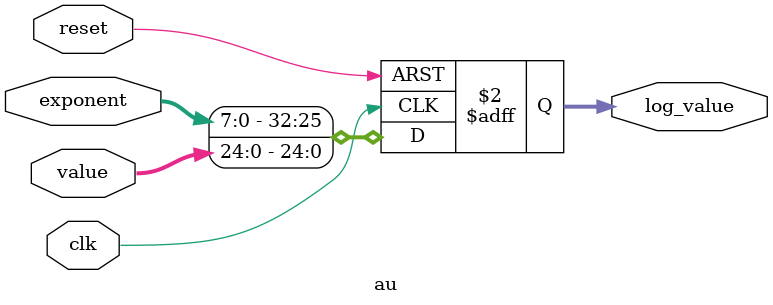
<source format=v>
module au(clk,value,exponent,log_value,reset);
input wire clk,reset;
input wire [7:0] exponent;
input wire [31:0] value;
output reg [32:0] log_value;

always @(posedge clk,posedge reset)
begin
   if(reset)
       log_value <= 32'b0;
   else
       log_value <= {exponent,value[24:0]};
end

endmodule
</source>
